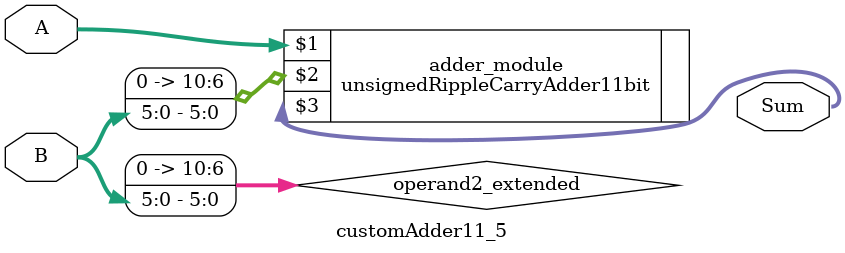
<source format=v>

module customAdder11_5(
                    input [10 : 0] A,
                    input [5 : 0] B,
                    
                    output [11 : 0] Sum
            );

    wire [10 : 0] operand2_extended;
    
    assign operand2_extended =  {5'b0, B};
    
    unsignedRippleCarryAdder11bit adder_module(
        A,
        operand2_extended,
        Sum
    );
    
endmodule
        
</source>
